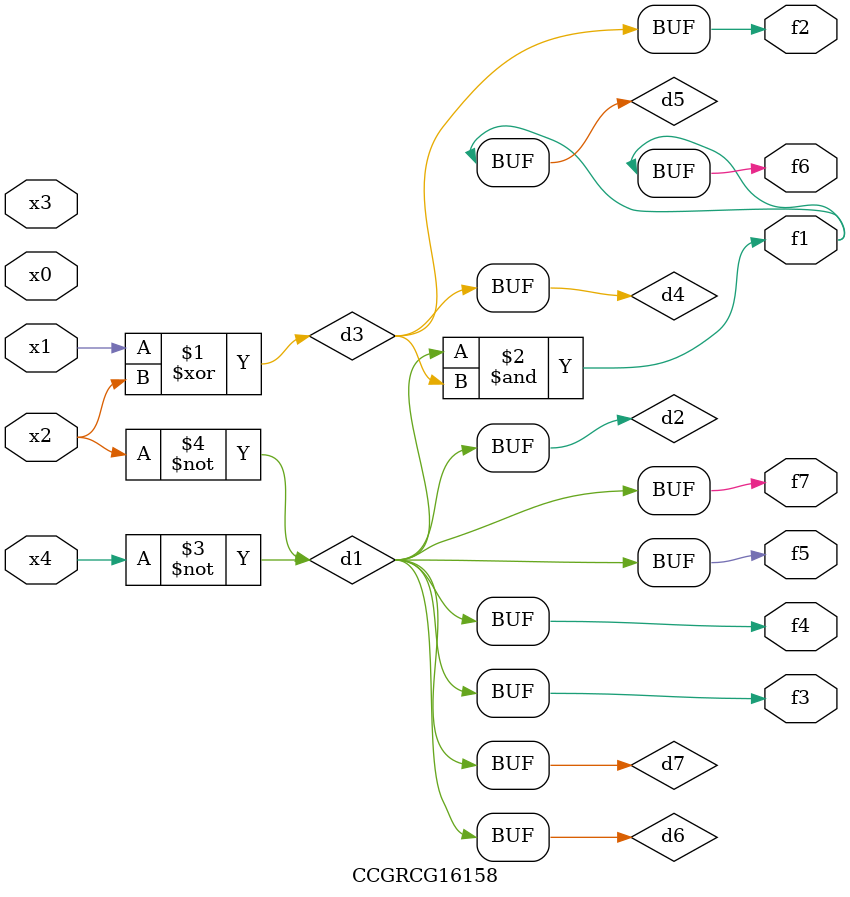
<source format=v>
module CCGRCG16158(
	input x0, x1, x2, x3, x4,
	output f1, f2, f3, f4, f5, f6, f7
);

	wire d1, d2, d3, d4, d5, d6, d7;

	not (d1, x4);
	not (d2, x2);
	xor (d3, x1, x2);
	buf (d4, d3);
	and (d5, d1, d3);
	buf (d6, d1, d2);
	buf (d7, d2);
	assign f1 = d5;
	assign f2 = d4;
	assign f3 = d7;
	assign f4 = d7;
	assign f5 = d7;
	assign f6 = d5;
	assign f7 = d7;
endmodule

</source>
